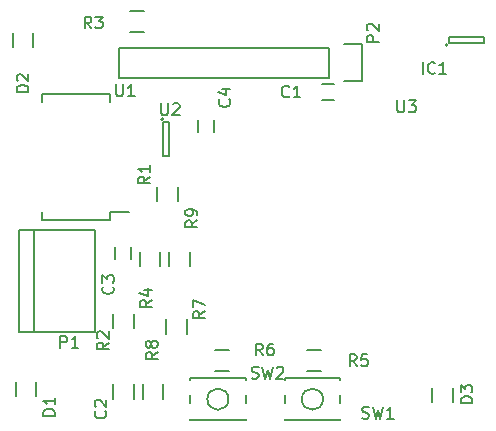
<source format=gbr>
G04 #@! TF.FileFunction,Legend,Top*
%FSLAX46Y46*%
G04 Gerber Fmt 4.6, Leading zero omitted, Abs format (unit mm)*
G04 Created by KiCad (PCBNEW 4.0.0-rc2-stable) date Mon 16 Nov 2015 05:30:53 PM PST*
%MOMM*%
G01*
G04 APERTURE LIST*
%ADD10C,0.100000*%
%ADD11C,0.150000*%
G04 APERTURE END LIST*
D10*
D11*
X121850000Y-53175000D02*
X120850000Y-53175000D01*
X120850000Y-51825000D02*
X121850000Y-51825000D01*
X104875000Y-77250000D02*
X104875000Y-78450000D01*
X103125000Y-78450000D02*
X103125000Y-77250000D01*
X103325000Y-66600000D02*
X103325000Y-65600000D01*
X104675000Y-65600000D02*
X104675000Y-66600000D01*
X110325000Y-55850000D02*
X110325000Y-54850000D01*
X111675000Y-54850000D02*
X111675000Y-55850000D01*
X96625000Y-77050000D02*
X96625000Y-78250000D01*
X94875000Y-78250000D02*
X94875000Y-77050000D01*
X94625000Y-48700000D02*
X94625000Y-47500000D01*
X96375000Y-47500000D02*
X96375000Y-48700000D01*
X130125000Y-78750000D02*
X130125000Y-77550000D01*
X131875000Y-77550000D02*
X131875000Y-78750000D01*
X121390000Y-51270000D02*
X103610000Y-51270000D01*
X103610000Y-51270000D02*
X103610000Y-48730000D01*
X103610000Y-48730000D02*
X121390000Y-48730000D01*
X124210000Y-51550000D02*
X122660000Y-51550000D01*
X121390000Y-51270000D02*
X121390000Y-48730000D01*
X122660000Y-48450000D02*
X124210000Y-48450000D01*
X124210000Y-48450000D02*
X124210000Y-51550000D01*
X106875000Y-61700000D02*
X106875000Y-60500000D01*
X108625000Y-60500000D02*
X108625000Y-61700000D01*
X103125000Y-72500000D02*
X103125000Y-71300000D01*
X104875000Y-71300000D02*
X104875000Y-72500000D01*
X104550000Y-45625000D02*
X105750000Y-45625000D01*
X105750000Y-47375000D02*
X104550000Y-47375000D01*
X105375000Y-67250000D02*
X105375000Y-66050000D01*
X107125000Y-66050000D02*
X107125000Y-67250000D01*
X119500000Y-74375000D02*
X120700000Y-74375000D01*
X120700000Y-76125000D02*
X119500000Y-76125000D01*
X111750000Y-74375000D02*
X112950000Y-74375000D01*
X112950000Y-76125000D02*
X111750000Y-76125000D01*
X107625000Y-72950000D02*
X107625000Y-71750000D01*
X109375000Y-71750000D02*
X109375000Y-72950000D01*
X105625000Y-78450000D02*
X105625000Y-77250000D01*
X107375000Y-77250000D02*
X107375000Y-78450000D01*
X109625000Y-66050000D02*
X109625000Y-67250000D01*
X107875000Y-67250000D02*
X107875000Y-66050000D01*
X107400000Y-54800000D02*
G75*
G03X107400000Y-54800000I-100000J0D01*
G01*
X107850000Y-55050000D02*
X107350000Y-55050000D01*
X107850000Y-57950000D02*
X107850000Y-55050000D01*
X107350000Y-57950000D02*
X107850000Y-57950000D01*
X107350000Y-55050000D02*
X107350000Y-57950000D01*
X102875000Y-63325000D02*
X102875000Y-62675000D01*
X97125000Y-63325000D02*
X97125000Y-62675000D01*
X97125000Y-52675000D02*
X97125000Y-53325000D01*
X102875000Y-52675000D02*
X102875000Y-53325000D01*
X102875000Y-63325000D02*
X97125000Y-63325000D01*
X102875000Y-52675000D02*
X97125000Y-52675000D01*
X102875000Y-62675000D02*
X104475000Y-62675000D01*
X117650000Y-80250000D02*
X117650000Y-80150000D01*
X117650000Y-76750000D02*
X117650000Y-76850000D01*
X122350000Y-76850000D02*
X122350000Y-76750000D01*
X122350000Y-80250000D02*
X122350000Y-80150000D01*
X122350000Y-78850000D02*
X122350000Y-78150000D01*
X117650000Y-78850000D02*
X117650000Y-78150000D01*
X117650000Y-80250000D02*
X122350000Y-80250000D01*
X122350000Y-76750000D02*
X117650000Y-76750000D01*
X120900000Y-78500000D02*
G75*
G03X120900000Y-78500000I-900000J0D01*
G01*
X109650000Y-80250000D02*
X109650000Y-80150000D01*
X109650000Y-76750000D02*
X109650000Y-76850000D01*
X114350000Y-76850000D02*
X114350000Y-76750000D01*
X114350000Y-80250000D02*
X114350000Y-80150000D01*
X114350000Y-78850000D02*
X114350000Y-78150000D01*
X109650000Y-78850000D02*
X109650000Y-78150000D01*
X109650000Y-80250000D02*
X114350000Y-80250000D01*
X114350000Y-76750000D02*
X109650000Y-76750000D01*
X112900000Y-78500000D02*
G75*
G03X112900000Y-78500000I-900000J0D01*
G01*
X95182540Y-64149100D02*
X95182540Y-72849100D01*
X101587540Y-64149100D02*
X101587540Y-72849100D01*
X101587540Y-72849100D02*
X95182540Y-72849100D01*
X96412540Y-72849100D02*
X96412540Y-64149100D01*
X95182540Y-64149100D02*
X101587540Y-64149100D01*
X131450000Y-48500000D02*
G75*
G03X131450000Y-48500000I-100000J0D01*
G01*
X131600000Y-47850000D02*
X131600000Y-48350000D01*
X134500000Y-47850000D02*
X131600000Y-47850000D01*
X134500000Y-48350000D02*
X134500000Y-47850000D01*
X131600000Y-48350000D02*
X134500000Y-48350000D01*
X118033334Y-52857143D02*
X117985715Y-52904762D01*
X117842858Y-52952381D01*
X117747620Y-52952381D01*
X117604762Y-52904762D01*
X117509524Y-52809524D01*
X117461905Y-52714286D01*
X117414286Y-52523810D01*
X117414286Y-52380952D01*
X117461905Y-52190476D01*
X117509524Y-52095238D01*
X117604762Y-52000000D01*
X117747620Y-51952381D01*
X117842858Y-51952381D01*
X117985715Y-52000000D01*
X118033334Y-52047619D01*
X118985715Y-52952381D02*
X118414286Y-52952381D01*
X118700000Y-52952381D02*
X118700000Y-51952381D01*
X118604762Y-52095238D01*
X118509524Y-52190476D01*
X118414286Y-52238095D01*
X102457143Y-79516666D02*
X102504762Y-79564285D01*
X102552381Y-79707142D01*
X102552381Y-79802380D01*
X102504762Y-79945238D01*
X102409524Y-80040476D01*
X102314286Y-80088095D01*
X102123810Y-80135714D01*
X101980952Y-80135714D01*
X101790476Y-80088095D01*
X101695238Y-80040476D01*
X101600000Y-79945238D01*
X101552381Y-79802380D01*
X101552381Y-79707142D01*
X101600000Y-79564285D01*
X101647619Y-79516666D01*
X101647619Y-79135714D02*
X101600000Y-79088095D01*
X101552381Y-78992857D01*
X101552381Y-78754761D01*
X101600000Y-78659523D01*
X101647619Y-78611904D01*
X101742857Y-78564285D01*
X101838095Y-78564285D01*
X101980952Y-78611904D01*
X102552381Y-79183333D01*
X102552381Y-78564285D01*
X103107143Y-68966666D02*
X103154762Y-69014285D01*
X103202381Y-69157142D01*
X103202381Y-69252380D01*
X103154762Y-69395238D01*
X103059524Y-69490476D01*
X102964286Y-69538095D01*
X102773810Y-69585714D01*
X102630952Y-69585714D01*
X102440476Y-69538095D01*
X102345238Y-69490476D01*
X102250000Y-69395238D01*
X102202381Y-69252380D01*
X102202381Y-69157142D01*
X102250000Y-69014285D01*
X102297619Y-68966666D01*
X102202381Y-68633333D02*
X102202381Y-68014285D01*
X102583333Y-68347619D01*
X102583333Y-68204761D01*
X102630952Y-68109523D01*
X102678571Y-68061904D01*
X102773810Y-68014285D01*
X103011905Y-68014285D01*
X103107143Y-68061904D01*
X103154762Y-68109523D01*
X103202381Y-68204761D01*
X103202381Y-68490476D01*
X103154762Y-68585714D01*
X103107143Y-68633333D01*
X112957143Y-53116666D02*
X113004762Y-53164285D01*
X113052381Y-53307142D01*
X113052381Y-53402380D01*
X113004762Y-53545238D01*
X112909524Y-53640476D01*
X112814286Y-53688095D01*
X112623810Y-53735714D01*
X112480952Y-53735714D01*
X112290476Y-53688095D01*
X112195238Y-53640476D01*
X112100000Y-53545238D01*
X112052381Y-53402380D01*
X112052381Y-53307142D01*
X112100000Y-53164285D01*
X112147619Y-53116666D01*
X112385714Y-52259523D02*
X113052381Y-52259523D01*
X112004762Y-52497619D02*
X112719048Y-52735714D01*
X112719048Y-52116666D01*
X98202381Y-79888095D02*
X97202381Y-79888095D01*
X97202381Y-79650000D01*
X97250000Y-79507142D01*
X97345238Y-79411904D01*
X97440476Y-79364285D01*
X97630952Y-79316666D01*
X97773810Y-79316666D01*
X97964286Y-79364285D01*
X98059524Y-79411904D01*
X98154762Y-79507142D01*
X98202381Y-79650000D01*
X98202381Y-79888095D01*
X98202381Y-78364285D02*
X98202381Y-78935714D01*
X98202381Y-78650000D02*
X97202381Y-78650000D01*
X97345238Y-78745238D01*
X97440476Y-78840476D01*
X97488095Y-78935714D01*
X95952381Y-52488095D02*
X94952381Y-52488095D01*
X94952381Y-52250000D01*
X95000000Y-52107142D01*
X95095238Y-52011904D01*
X95190476Y-51964285D01*
X95380952Y-51916666D01*
X95523810Y-51916666D01*
X95714286Y-51964285D01*
X95809524Y-52011904D01*
X95904762Y-52107142D01*
X95952381Y-52250000D01*
X95952381Y-52488095D01*
X95047619Y-51535714D02*
X95000000Y-51488095D01*
X94952381Y-51392857D01*
X94952381Y-51154761D01*
X95000000Y-51059523D01*
X95047619Y-51011904D01*
X95142857Y-50964285D01*
X95238095Y-50964285D01*
X95380952Y-51011904D01*
X95952381Y-51583333D01*
X95952381Y-50964285D01*
X133552381Y-78838095D02*
X132552381Y-78838095D01*
X132552381Y-78600000D01*
X132600000Y-78457142D01*
X132695238Y-78361904D01*
X132790476Y-78314285D01*
X132980952Y-78266666D01*
X133123810Y-78266666D01*
X133314286Y-78314285D01*
X133409524Y-78361904D01*
X133504762Y-78457142D01*
X133552381Y-78600000D01*
X133552381Y-78838095D01*
X132552381Y-77933333D02*
X132552381Y-77314285D01*
X132933333Y-77647619D01*
X132933333Y-77504761D01*
X132980952Y-77409523D01*
X133028571Y-77361904D01*
X133123810Y-77314285D01*
X133361905Y-77314285D01*
X133457143Y-77361904D01*
X133504762Y-77409523D01*
X133552381Y-77504761D01*
X133552381Y-77790476D01*
X133504762Y-77885714D01*
X133457143Y-77933333D01*
X125602381Y-48238095D02*
X124602381Y-48238095D01*
X124602381Y-47857142D01*
X124650000Y-47761904D01*
X124697619Y-47714285D01*
X124792857Y-47666666D01*
X124935714Y-47666666D01*
X125030952Y-47714285D01*
X125078571Y-47761904D01*
X125126190Y-47857142D01*
X125126190Y-48238095D01*
X124697619Y-47285714D02*
X124650000Y-47238095D01*
X124602381Y-47142857D01*
X124602381Y-46904761D01*
X124650000Y-46809523D01*
X124697619Y-46761904D01*
X124792857Y-46714285D01*
X124888095Y-46714285D01*
X125030952Y-46761904D01*
X125602381Y-47333333D01*
X125602381Y-46714285D01*
X106252381Y-59666666D02*
X105776190Y-60000000D01*
X106252381Y-60238095D02*
X105252381Y-60238095D01*
X105252381Y-59857142D01*
X105300000Y-59761904D01*
X105347619Y-59714285D01*
X105442857Y-59666666D01*
X105585714Y-59666666D01*
X105680952Y-59714285D01*
X105728571Y-59761904D01*
X105776190Y-59857142D01*
X105776190Y-60238095D01*
X106252381Y-58714285D02*
X106252381Y-59285714D01*
X106252381Y-59000000D02*
X105252381Y-59000000D01*
X105395238Y-59095238D01*
X105490476Y-59190476D01*
X105538095Y-59285714D01*
X102752381Y-73716666D02*
X102276190Y-74050000D01*
X102752381Y-74288095D02*
X101752381Y-74288095D01*
X101752381Y-73907142D01*
X101800000Y-73811904D01*
X101847619Y-73764285D01*
X101942857Y-73716666D01*
X102085714Y-73716666D01*
X102180952Y-73764285D01*
X102228571Y-73811904D01*
X102276190Y-73907142D01*
X102276190Y-74288095D01*
X101847619Y-73335714D02*
X101800000Y-73288095D01*
X101752381Y-73192857D01*
X101752381Y-72954761D01*
X101800000Y-72859523D01*
X101847619Y-72811904D01*
X101942857Y-72764285D01*
X102038095Y-72764285D01*
X102180952Y-72811904D01*
X102752381Y-73383333D01*
X102752381Y-72764285D01*
X101283334Y-47102381D02*
X100950000Y-46626190D01*
X100711905Y-47102381D02*
X100711905Y-46102381D01*
X101092858Y-46102381D01*
X101188096Y-46150000D01*
X101235715Y-46197619D01*
X101283334Y-46292857D01*
X101283334Y-46435714D01*
X101235715Y-46530952D01*
X101188096Y-46578571D01*
X101092858Y-46626190D01*
X100711905Y-46626190D01*
X101616667Y-46102381D02*
X102235715Y-46102381D01*
X101902381Y-46483333D01*
X102045239Y-46483333D01*
X102140477Y-46530952D01*
X102188096Y-46578571D01*
X102235715Y-46673810D01*
X102235715Y-46911905D01*
X102188096Y-47007143D01*
X102140477Y-47054762D01*
X102045239Y-47102381D01*
X101759524Y-47102381D01*
X101664286Y-47054762D01*
X101616667Y-47007143D01*
X106402381Y-70116666D02*
X105926190Y-70450000D01*
X106402381Y-70688095D02*
X105402381Y-70688095D01*
X105402381Y-70307142D01*
X105450000Y-70211904D01*
X105497619Y-70164285D01*
X105592857Y-70116666D01*
X105735714Y-70116666D01*
X105830952Y-70164285D01*
X105878571Y-70211904D01*
X105926190Y-70307142D01*
X105926190Y-70688095D01*
X105735714Y-69259523D02*
X106402381Y-69259523D01*
X105354762Y-69497619D02*
X106069048Y-69735714D01*
X106069048Y-69116666D01*
X123733334Y-75702381D02*
X123400000Y-75226190D01*
X123161905Y-75702381D02*
X123161905Y-74702381D01*
X123542858Y-74702381D01*
X123638096Y-74750000D01*
X123685715Y-74797619D01*
X123733334Y-74892857D01*
X123733334Y-75035714D01*
X123685715Y-75130952D01*
X123638096Y-75178571D01*
X123542858Y-75226190D01*
X123161905Y-75226190D01*
X124638096Y-74702381D02*
X124161905Y-74702381D01*
X124114286Y-75178571D01*
X124161905Y-75130952D01*
X124257143Y-75083333D01*
X124495239Y-75083333D01*
X124590477Y-75130952D01*
X124638096Y-75178571D01*
X124685715Y-75273810D01*
X124685715Y-75511905D01*
X124638096Y-75607143D01*
X124590477Y-75654762D01*
X124495239Y-75702381D01*
X124257143Y-75702381D01*
X124161905Y-75654762D01*
X124114286Y-75607143D01*
X115783334Y-74802381D02*
X115450000Y-74326190D01*
X115211905Y-74802381D02*
X115211905Y-73802381D01*
X115592858Y-73802381D01*
X115688096Y-73850000D01*
X115735715Y-73897619D01*
X115783334Y-73992857D01*
X115783334Y-74135714D01*
X115735715Y-74230952D01*
X115688096Y-74278571D01*
X115592858Y-74326190D01*
X115211905Y-74326190D01*
X116640477Y-73802381D02*
X116450000Y-73802381D01*
X116354762Y-73850000D01*
X116307143Y-73897619D01*
X116211905Y-74040476D01*
X116164286Y-74230952D01*
X116164286Y-74611905D01*
X116211905Y-74707143D01*
X116259524Y-74754762D01*
X116354762Y-74802381D01*
X116545239Y-74802381D01*
X116640477Y-74754762D01*
X116688096Y-74707143D01*
X116735715Y-74611905D01*
X116735715Y-74373810D01*
X116688096Y-74278571D01*
X116640477Y-74230952D01*
X116545239Y-74183333D01*
X116354762Y-74183333D01*
X116259524Y-74230952D01*
X116211905Y-74278571D01*
X116164286Y-74373810D01*
X110902381Y-71066666D02*
X110426190Y-71400000D01*
X110902381Y-71638095D02*
X109902381Y-71638095D01*
X109902381Y-71257142D01*
X109950000Y-71161904D01*
X109997619Y-71114285D01*
X110092857Y-71066666D01*
X110235714Y-71066666D01*
X110330952Y-71114285D01*
X110378571Y-71161904D01*
X110426190Y-71257142D01*
X110426190Y-71638095D01*
X109902381Y-70733333D02*
X109902381Y-70066666D01*
X110902381Y-70495238D01*
X106902381Y-74516666D02*
X106426190Y-74850000D01*
X106902381Y-75088095D02*
X105902381Y-75088095D01*
X105902381Y-74707142D01*
X105950000Y-74611904D01*
X105997619Y-74564285D01*
X106092857Y-74516666D01*
X106235714Y-74516666D01*
X106330952Y-74564285D01*
X106378571Y-74611904D01*
X106426190Y-74707142D01*
X106426190Y-75088095D01*
X106330952Y-73945238D02*
X106283333Y-74040476D01*
X106235714Y-74088095D01*
X106140476Y-74135714D01*
X106092857Y-74135714D01*
X105997619Y-74088095D01*
X105950000Y-74040476D01*
X105902381Y-73945238D01*
X105902381Y-73754761D01*
X105950000Y-73659523D01*
X105997619Y-73611904D01*
X106092857Y-73564285D01*
X106140476Y-73564285D01*
X106235714Y-73611904D01*
X106283333Y-73659523D01*
X106330952Y-73754761D01*
X106330952Y-73945238D01*
X106378571Y-74040476D01*
X106426190Y-74088095D01*
X106521429Y-74135714D01*
X106711905Y-74135714D01*
X106807143Y-74088095D01*
X106854762Y-74040476D01*
X106902381Y-73945238D01*
X106902381Y-73754761D01*
X106854762Y-73659523D01*
X106807143Y-73611904D01*
X106711905Y-73564285D01*
X106521429Y-73564285D01*
X106426190Y-73611904D01*
X106378571Y-73659523D01*
X106330952Y-73754761D01*
X110252381Y-63366666D02*
X109776190Y-63700000D01*
X110252381Y-63938095D02*
X109252381Y-63938095D01*
X109252381Y-63557142D01*
X109300000Y-63461904D01*
X109347619Y-63414285D01*
X109442857Y-63366666D01*
X109585714Y-63366666D01*
X109680952Y-63414285D01*
X109728571Y-63461904D01*
X109776190Y-63557142D01*
X109776190Y-63938095D01*
X110252381Y-62890476D02*
X110252381Y-62700000D01*
X110204762Y-62604761D01*
X110157143Y-62557142D01*
X110014286Y-62461904D01*
X109823810Y-62414285D01*
X109442857Y-62414285D01*
X109347619Y-62461904D01*
X109300000Y-62509523D01*
X109252381Y-62604761D01*
X109252381Y-62795238D01*
X109300000Y-62890476D01*
X109347619Y-62938095D01*
X109442857Y-62985714D01*
X109680952Y-62985714D01*
X109776190Y-62938095D01*
X109823810Y-62890476D01*
X109871429Y-62795238D01*
X109871429Y-62604761D01*
X109823810Y-62509523D01*
X109776190Y-62461904D01*
X109680952Y-62414285D01*
X107188095Y-53452381D02*
X107188095Y-54261905D01*
X107235714Y-54357143D01*
X107283333Y-54404762D01*
X107378571Y-54452381D01*
X107569048Y-54452381D01*
X107664286Y-54404762D01*
X107711905Y-54357143D01*
X107759524Y-54261905D01*
X107759524Y-53452381D01*
X108188095Y-53547619D02*
X108235714Y-53500000D01*
X108330952Y-53452381D01*
X108569048Y-53452381D01*
X108664286Y-53500000D01*
X108711905Y-53547619D01*
X108759524Y-53642857D01*
X108759524Y-53738095D01*
X108711905Y-53880952D01*
X108140476Y-54452381D01*
X108759524Y-54452381D01*
X127188095Y-53202381D02*
X127188095Y-54011905D01*
X127235714Y-54107143D01*
X127283333Y-54154762D01*
X127378571Y-54202381D01*
X127569048Y-54202381D01*
X127664286Y-54154762D01*
X127711905Y-54107143D01*
X127759524Y-54011905D01*
X127759524Y-53202381D01*
X128140476Y-53202381D02*
X128759524Y-53202381D01*
X128426190Y-53583333D01*
X128569048Y-53583333D01*
X128664286Y-53630952D01*
X128711905Y-53678571D01*
X128759524Y-53773810D01*
X128759524Y-54011905D01*
X128711905Y-54107143D01*
X128664286Y-54154762D01*
X128569048Y-54202381D01*
X128283333Y-54202381D01*
X128188095Y-54154762D01*
X128140476Y-54107143D01*
X103388095Y-51852381D02*
X103388095Y-52661905D01*
X103435714Y-52757143D01*
X103483333Y-52804762D01*
X103578571Y-52852381D01*
X103769048Y-52852381D01*
X103864286Y-52804762D01*
X103911905Y-52757143D01*
X103959524Y-52661905D01*
X103959524Y-51852381D01*
X104959524Y-52852381D02*
X104388095Y-52852381D01*
X104673809Y-52852381D02*
X104673809Y-51852381D01*
X104578571Y-51995238D01*
X104483333Y-52090476D01*
X104388095Y-52138095D01*
X124216667Y-80104762D02*
X124359524Y-80152381D01*
X124597620Y-80152381D01*
X124692858Y-80104762D01*
X124740477Y-80057143D01*
X124788096Y-79961905D01*
X124788096Y-79866667D01*
X124740477Y-79771429D01*
X124692858Y-79723810D01*
X124597620Y-79676190D01*
X124407143Y-79628571D01*
X124311905Y-79580952D01*
X124264286Y-79533333D01*
X124216667Y-79438095D01*
X124216667Y-79342857D01*
X124264286Y-79247619D01*
X124311905Y-79200000D01*
X124407143Y-79152381D01*
X124645239Y-79152381D01*
X124788096Y-79200000D01*
X125121429Y-79152381D02*
X125359524Y-80152381D01*
X125550001Y-79438095D01*
X125740477Y-80152381D01*
X125978572Y-79152381D01*
X126883334Y-80152381D02*
X126311905Y-80152381D01*
X126597619Y-80152381D02*
X126597619Y-79152381D01*
X126502381Y-79295238D01*
X126407143Y-79390476D01*
X126311905Y-79438095D01*
X114866667Y-76704762D02*
X115009524Y-76752381D01*
X115247620Y-76752381D01*
X115342858Y-76704762D01*
X115390477Y-76657143D01*
X115438096Y-76561905D01*
X115438096Y-76466667D01*
X115390477Y-76371429D01*
X115342858Y-76323810D01*
X115247620Y-76276190D01*
X115057143Y-76228571D01*
X114961905Y-76180952D01*
X114914286Y-76133333D01*
X114866667Y-76038095D01*
X114866667Y-75942857D01*
X114914286Y-75847619D01*
X114961905Y-75800000D01*
X115057143Y-75752381D01*
X115295239Y-75752381D01*
X115438096Y-75800000D01*
X115771429Y-75752381D02*
X116009524Y-76752381D01*
X116200001Y-76038095D01*
X116390477Y-76752381D01*
X116628572Y-75752381D01*
X116961905Y-75847619D02*
X117009524Y-75800000D01*
X117104762Y-75752381D01*
X117342858Y-75752381D01*
X117438096Y-75800000D01*
X117485715Y-75847619D01*
X117533334Y-75942857D01*
X117533334Y-76038095D01*
X117485715Y-76180952D01*
X116914286Y-76752381D01*
X117533334Y-76752381D01*
X98661905Y-74152381D02*
X98661905Y-73152381D01*
X99042858Y-73152381D01*
X99138096Y-73200000D01*
X99185715Y-73247619D01*
X99233334Y-73342857D01*
X99233334Y-73485714D01*
X99185715Y-73580952D01*
X99138096Y-73628571D01*
X99042858Y-73676190D01*
X98661905Y-73676190D01*
X100185715Y-74152381D02*
X99614286Y-74152381D01*
X99900000Y-74152381D02*
X99900000Y-73152381D01*
X99804762Y-73295238D01*
X99709524Y-73390476D01*
X99614286Y-73438095D01*
X129323810Y-50952381D02*
X129323810Y-49952381D01*
X130371429Y-50857143D02*
X130323810Y-50904762D01*
X130180953Y-50952381D01*
X130085715Y-50952381D01*
X129942857Y-50904762D01*
X129847619Y-50809524D01*
X129800000Y-50714286D01*
X129752381Y-50523810D01*
X129752381Y-50380952D01*
X129800000Y-50190476D01*
X129847619Y-50095238D01*
X129942857Y-50000000D01*
X130085715Y-49952381D01*
X130180953Y-49952381D01*
X130323810Y-50000000D01*
X130371429Y-50047619D01*
X131323810Y-50952381D02*
X130752381Y-50952381D01*
X131038095Y-50952381D02*
X131038095Y-49952381D01*
X130942857Y-50095238D01*
X130847619Y-50190476D01*
X130752381Y-50238095D01*
M02*

</source>
